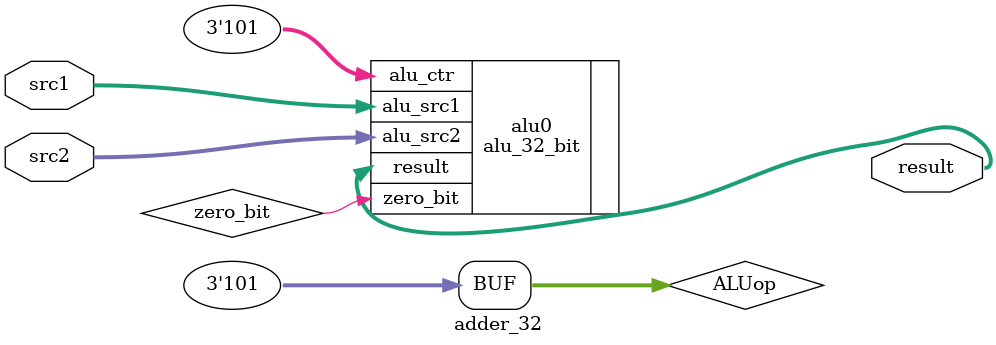
<source format=v>
module adder_32(
	output [31:0] result,
	input [31:0] src1,
	input [31:0] src2
);
	wire [2:0] ALUop;
	wire zero_bit;

	buf buf0(ALUop[0], 1'b1);
	buf buf1(ALUop[1], 1'b0);
	buf buf2(ALUop[2], 1'b1);

	alu_32_bit alu0(
		.result(result),
		.zero_bit(zero_bit),
		.alu_src1(src1),
		.alu_src2(src2),
		.alu_ctr(ALUop)
	);

endmodule

</source>
